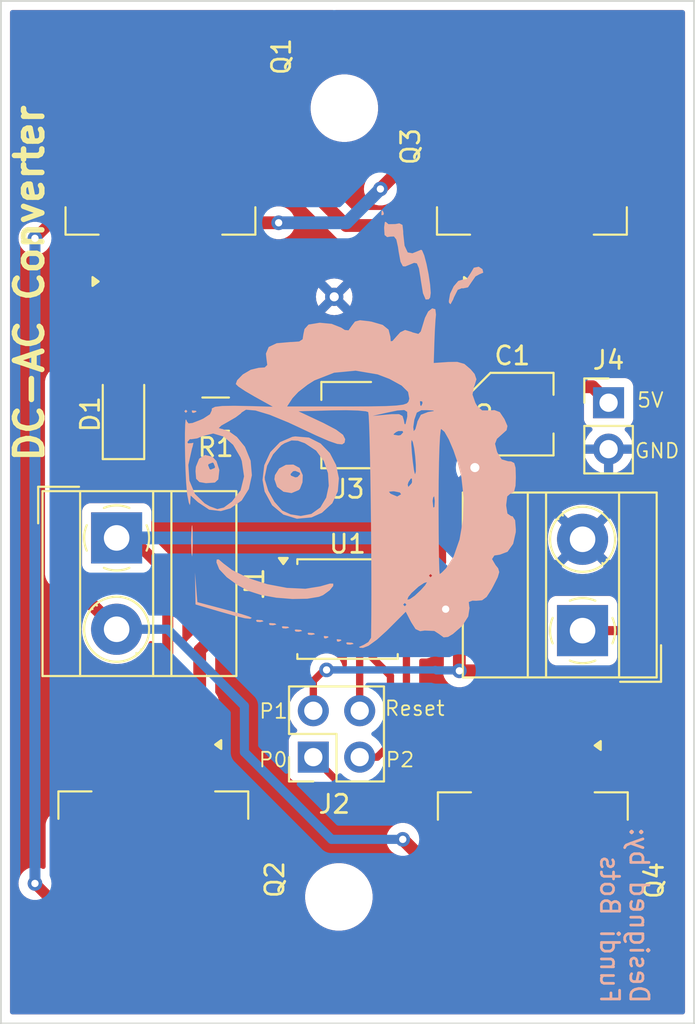
<source format=kicad_pcb>
(kicad_pcb (version 20240108) (generator "pcbnew") (generator_version "8.0")
  (layers (0 "F.Cu" signal) (31 "B.Cu" signal) (34 "B.Paste" user) (35 "F.Paste" user) (36 "B.SilkS" user "B.Silkscreen") (37 "F.SilkS" user "F.Silkscreen") (38 "B.Mask" user) (39 "F.Mask" user) (44 "Edge.Cuts" user))
  (net 0 "")
  (net 1 "GND")
  (net 2 "Net-(D1-A)")
  (net 3 "Net-(J1-Pin_2)")
  (net 4 "Net-(J4-Pin_1)")
  (net 5 "Net-(J3-Pin_1)")
  (net 6 "Net-(U1-XTAL1{slash}PB3)")
  (net 7 "/pin2")
  (net 8 "/pin0")
  (net 9 "/Reset")
  (net 10 "unconnected-(U1-XTAL2{slash}PB4-Pad3)")
  (net 11 "Net-(J1-Pin_1)")
  (footprint "Package_SO:SOP-8_5.28x5.23mm_P1.27mm" (layer "F.Cu") (at 130.95 98.97)
    (property "Reference" "U1" (at 0 -3.56 0) (layer "F.SilkS"))
    (property "Value" "ATtiny85V-10P")
    (fp_line (start -2.75 -2.725) (end -2.75 -2.465) (stroke (width 0.12)) (layer "F.SilkS"))
    (fp_line (start -2.75 2.725) (end -2.75 2.465) (stroke (width 0.12)) (layer "F.SilkS"))
    (fp_line (start 0 -2.725) (end -2.75 -2.725) (stroke (width 0.12)) (layer "F.SilkS"))
    (fp_line (start 0 -2.725) (end 2.75 -2.725) (stroke (width 0.12)) (layer "F.SilkS"))
    (fp_line (start 0 2.725) (end -2.75 2.725) (stroke (width 0.12)) (layer "F.SilkS"))
    (fp_line (start 0 2.725) (end 2.75 2.725) (stroke (width 0.12)) (layer "F.SilkS"))
    (fp_line (start 2.75 -2.725) (end 2.75 -2.465) (stroke (width 0.12)) (layer "F.SilkS"))
    (fp_line (start 2.75 2.725) (end 2.75 2.465) (stroke (width 0.12)) (layer "F.SilkS"))
    (fp_poly (pts (xy -3.52 -2.465) (xy -3.76 -2.795) (xy -3.28 -2.795) (xy -3.52 -2.465)) (stroke (width 0.12)) (fill solid) (layer "F.SilkS"))
    (pad "1" smd roundrect (at -3.6 -1.905) (size 1.6 0.6) (layers "F.Cu" "F.Paste" "F.Mask") (net 9 "/Reset"))
    (pad "2" smd roundrect (at -3.6 -0.635) (size 1.6 0.6) (layers "F.Cu" "F.Paste" "F.Mask") (net 6 "Net-(U1-XTAL1{slash}PB3)"))
    (pad "3" smd roundrect (at -3.6 0.635) (size 1.6 0.6) (layers "F.Cu" "F.Paste" "F.Mask") (net 10 "unconnected-(U1-XTAL2{slash}PB4-Pad3)"))
    (pad "4" smd roundrect (at -3.6 1.905) (size 1.6 0.6) (layers "F.Cu" "F.Paste" "F.Mask") (net 1 "GND"))
    (pad "5" smd roundrect (at 3.6 1.905) (size 1.6 0.6) (layers "F.Cu" "F.Paste" "F.Mask") (net 8 "/pin0"))
    (pad "6" smd roundrect (at 3.6 0.635) (size 1.6 0.6) (layers "F.Cu" "F.Paste" "F.Mask") (net 11 "Net-(J1-Pin_1)"))
    (pad "7" smd roundrect (at 3.6 -0.635) (size 1.6 0.6) (layers "F.Cu" "F.Paste" "F.Mask") (net 7 "/pin2"))
    (pad "8" smd roundrect (at 3.6 -1.905) (size 1.6 0.6) (layers "F.Cu" "F.Paste" "F.Mask") (net 4 "Net-(J4-Pin_1)"))
  )
  (footprint "Fiducial:Fiducial_0.5mm_Mask1mm" (layer "F.Cu") (at 130.225 67.175)
    (property "Reference" "FID1")
    (property "Value" "Fiducial")
    (pad "" smd circle (at 0 0) (size 1 1) (layers "F.Cu" "F.Mask") (clearance 0.25))
  )
  (footprint "Capacitor_SMD:CP_Elec_4x5.3" (layer "F.Cu") (at 139.975 88.3)
    (property "Reference" "C1" (at 0 -3.2 0) (layer "F.SilkS"))
    (property "Value" "C_Polarized_Small_US")
    (fp_line (start -3 -1.56) (end -2.5 -1.56) (stroke (width 0.12)) (layer "F.SilkS"))
    (fp_line (start -2.75 -1.81) (end -2.75 -1.31) (stroke (width 0.12)) (layer "F.SilkS"))
    (fp_line (start -2.26 -1.195563) (end -2.26 -1.06) (stroke (width 0.12)) (layer "F.SilkS"))
    (fp_line (start -2.26 -1.195563) (end -1.195563 -2.26) (stroke (width 0.12)) (layer "F.SilkS"))
    (fp_line (start -2.26 1.195563) (end -2.26 1.06) (stroke (width 0.12)) (layer "F.SilkS"))
    (fp_line (start -2.26 1.195563) (end -1.195563 2.26) (stroke (width 0.12)) (layer "F.SilkS"))
    (fp_line (start -1.195563 -2.26) (end 2.26 -2.26) (stroke (width 0.12)) (layer "F.SilkS"))
    (fp_line (start -1.195563 2.26) (end 2.26 2.26) (stroke (width 0.12)) (layer "F.SilkS"))
    (fp_line (start 2.26 -2.26) (end 2.26 -1.06) (stroke (width 0.12)) (layer "F.SilkS"))
    (fp_line (start 2.26 2.26) (end 2.26 1.06) (stroke (width 0.12)) (layer "F.SilkS"))
    (pad "1" smd roundrect (at -1.8 0) (size 2.6 1.6) (layers "F.Cu" "F.Paste" "F.Mask") (roundrect_rratio 0.15625) (net 4 "Net-(J4-Pin_1)"))
    (pad "2" smd roundrect (at 1.8 0) (size 2.6 1.6) (layers "F.Cu" "F.Paste" "F.Mask") (roundrect_rratio 0.15625) (net 1 "GND"))
  )
  (footprint "Package_TO_SOT_SMD:TO-263-2" (layer "F.Cu") (at 141.05 73.65 90)
    (property "Reference" "Q3" (at 0 -6.65 -90) (layer "F.SilkS"))
    (property "Value" "IRF9540N")
    (fp_line (start -3.325 -5.2) (end -4.825 -5.2) (stroke (width 0.12)) (layer "F.SilkS"))
    (fp_line (start -4.825 -5.2) (end -4.825 -3.39) (stroke (width 0.12)) (layer "F.SilkS"))
    (fp_line (start -3.325 5.2) (end -4.825 5.2) (stroke (width 0.12)) (layer "F.SilkS"))
    (fp_line (start -4.825 5.2) (end -4.825 3.39) (stroke (width 0.12)) (layer "F.SilkS"))
    (fp_poly (pts (xy -7.3875 -3.39) (xy -7.6275 -3.72) (xy -7.1475 -3.72) (xy -7.3875 -3.39)) (stroke (width 0.12)) (fill solid) (layer "F.SilkS"))
    (pad "1" smd roundrect (at -7.65 -2.54 90) (size 4.6 1.1) (layers "F.Cu" "F.Paste" "F.Mask") (roundrect_rratio 0.227273) (net 11 "Net-(J1-Pin_1)"))
    (pad "2" smd roundrect (at -0.925 -2.775 90) (size 4.55 5.25) (layers "F.Cu" "F.Paste") (roundrect_rratio 0.054945) (net 3 "Net-(J1-Pin_2)"))
    (pad "2" smd roundrect (at -0.925 2.775 90) (size 4.55 5.25) (layers "F.Cu" "F.Paste") (roundrect_rratio 0.054945) (net 3 "Net-(J1-Pin_2)"))
    (pad "2" smd roundrect (at 1.5 0 90) (size 9.4 10.8) (layers "F.Cu" "F.Mask") (roundrect_rratio 0.026596) (net 3 "Net-(J1-Pin_2)"))
    (pad "2" smd roundrect (at 3.925 -2.775 90) (size 4.55 5.25) (layers "F.Cu" "F.Paste") (roundrect_rratio 0.054945) (net 3 "Net-(J1-Pin_2)"))
    (pad "2" smd roundrect (at 3.925 2.775 90) (size 4.55 5.25) (layers "F.Cu" "F.Paste") (roundrect_rratio 0.054945) (net 3 "Net-(J1-Pin_2)"))
    (pad "3" smd roundrect (at -7.65 2.54 90) (size 4.6 1.1) (layers "F.Cu" "F.Paste" "F.Mask") (roundrect_rratio 0.227273) (net 5 "Net-(J3-Pin_1)"))
  )
  (footprint "Package_TO_SOT_SMD:TO-263-2" (layer "F.Cu") (at 120.7 73.65 90)
    (property "Reference" "Q1" (at 4.925 6.625 -90) (layer "F.SilkS"))
    (property "Value" "IRF9540N")
    (fp_line (start -3.325 -5.2) (end -4.825 -5.2) (stroke (width 0.12)) (layer "F.SilkS"))
    (fp_line (start -4.825 -5.2) (end -4.825 -3.39) (stroke (width 0.12)) (layer "F.SilkS"))
    (fp_line (start -3.325 5.2) (end -4.825 5.2) (stroke (width 0.12)) (layer "F.SilkS"))
    (fp_line (start -4.825 5.2) (end -4.825 3.39) (stroke (width 0.12)) (layer "F.SilkS"))
    (fp_poly (pts (xy -7.3875 -3.39) (xy -7.6275 -3.72) (xy -7.1475 -3.72) (xy -7.3875 -3.39)) (stroke (width 0.12)) (fill solid) (layer "F.SilkS"))
    (pad "1" smd roundrect (at -7.65 -2.54 90) (size 4.6 1.1) (layers "F.Cu" "F.Paste" "F.Mask") (roundrect_rratio 0.227273) (net 3 "Net-(J1-Pin_2)"))
    (pad "2" smd roundrect (at -0.925 -2.775 90) (size 4.55 5.25) (layers "F.Cu" "F.Paste") (roundrect_rratio 0.054945) (net 11 "Net-(J1-Pin_1)"))
    (pad "2" smd roundrect (at -0.925 2.775 90) (size 4.55 5.25) (layers "F.Cu" "F.Paste") (roundrect_rratio 0.054945) (net 11 "Net-(J1-Pin_1)"))
    (pad "2" smd roundrect (at 1.5 0 90) (size 9.4 10.8) (layers "F.Cu" "F.Mask") (roundrect_rratio 0.026596) (net 11 "Net-(J1-Pin_1)"))
    (pad "2" smd roundrect (at 3.925 -2.775 90) (size 4.55 5.25) (layers "F.Cu" "F.Paste") (roundrect_rratio 0.054945) (net 11 "Net-(J1-Pin_1)"))
    (pad "2" smd roundrect (at 3.925 2.775 90) (size 4.55 5.25) (layers "F.Cu" "F.Paste") (roundrect_rratio 0.054945) (net 11 "Net-(J1-Pin_1)"))
    (pad "3" smd roundrect (at -7.65 2.54 90) (size 4.6 1.1) (layers "F.Cu" "F.Paste" "F.Mask") (roundrect_rratio 0.227273) (net 5 "Net-(J3-Pin_1)"))
  )
  (footprint "Package_TO_SOT_SMD:TO-263-2" (layer "F.Cu") (at 120.31 113.775 -90)
    (property "Reference" "Q2" (at 0 -6.65 90) (layer "F.SilkS"))
    (property "Value" "IRFZ44NSTRLPBF")
    (fp_line (start -4.825 5.2) (end -4.825 3.39) (stroke (width 0.12)) (layer "F.SilkS"))
    (fp_line (start -3.325 5.2) (end -4.825 5.2) (stroke (width 0.12)) (layer "F.SilkS"))
    (fp_line (start -4.825 -5.2) (end -4.825 -3.39) (stroke (width 0.12)) (layer "F.SilkS"))
    (fp_line (start -3.325 -5.2) (end -4.825 -5.2) (stroke (width 0.12)) (layer "F.SilkS"))
    (fp_poly (pts (xy -7.3875 -3.39) (xy -7.6275 -3.72) (xy -7.1475 -3.72) (xy -7.3875 -3.39)) (stroke (width 0.12)) (fill solid) (layer "F.SilkS"))
    (pad "1" smd roundrect (at -7.65 -2.54 270) (size 4.6 1.1) (layers "F.Cu" "F.Paste" "F.Mask") (roundrect_rratio 0.227273) (net 6 "Net-(U1-XTAL1{slash}PB3)"))
    (pad "2" smd roundrect (at -0.925 -2.775 270) (size 4.55 5.25) (layers "F.Cu" "F.Paste") (roundrect_rratio 0.054945) (net 11 "Net-(J1-Pin_1)"))
    (pad "2" smd roundrect (at -0.925 2.775 270) (size 4.55 5.25) (layers "F.Cu" "F.Paste") (roundrect_rratio 0.054945) (net 11 "Net-(J1-Pin_1)"))
    (pad "2" smd roundrect (at 1.5 0 270) (size 9.4 10.8) (layers "F.Cu" "F.Mask") (roundrect_rratio 0.026596) (net 11 "Net-(J1-Pin_1)"))
    (pad "2" smd roundrect (at 3.925 -2.775 270) (size 4.55 5.25) (layers "F.Cu" "F.Paste") (roundrect_rratio 0.054945) (net 11 "Net-(J1-Pin_1)"))
    (pad "2" smd roundrect (at 3.925 2.775 270) (size 4.55 5.25) (layers "F.Cu" "F.Paste") (roundrect_rratio 0.054945) (net 11 "Net-(J1-Pin_1)"))
    (pad "3" smd roundrect (at -7.65 2.54 270) (size 4.6 1.1) (layers "F.Cu" "F.Paste" "F.Mask") (roundrect_rratio 0.227273) (net 1 "GND"))
  )
  (footprint "MountingHole:MountingHole_3.2mm_M3" (layer "F.Cu") (at 130.775 71.55)
    (property "Reference" "H3" (hide yes))
    (property "Value" "MountingHole")
    (pad "" np_thru_hole circle (at 0 0) (size 3.2 3.2) (drill 3.2) (layers "*.Cu" "*.Mask"))
  )
  (footprint "Package_TO_SOT_SMD:SOT-89-3_Handsoldering" (layer "F.Cu") (at 130.875 88.9 180)
    (property "Reference" "U3" (at 0 -3.5 180) (layer "F.SilkS"))
    (property "Value" "L78L05_SOT89")
    (fp_line (start 1.36 2.36) (end -1.36 2.36) (stroke (width 0.12)) (layer "F.SilkS"))
    (fp_line (start 1.36 1.38) (end 1.36 2.36) (stroke (width 0.12)) (layer "F.SilkS"))
    (fp_line (start 1.36 -1.38) (end 1.36 -2.36) (stroke (width 0.12)) (layer "F.SilkS"))
    (fp_line (start -1.22 -2.36) (end 1.36 -2.36) (stroke (width 0.12)) (layer "F.SilkS"))
    (fp_line (start -1.36 -2.36) (end 1.36 -2.36) (stroke (width 0.12)) (layer "F.SilkS"))
    (fp_poly (pts (xy -1.77 -2.21) (xy -2.01 -2.54) (xy -1.53 -2.54) (xy -1.77 -2.21)) (stroke (width 0.12)) (fill solid) (layer "F.SilkS"))
    (pad "1" smd roundrect (at -2.45 -1.5 180) (size 2.3 0.9) (layers "F.Cu" "F.Paste" "F.Mask") (net 4 "Net-(J4-Pin_1)"))
    (pad "2" smd custom (at -2.3625 0 180) (size 2.475 0.9) (layers "F.Cu" "F.Paste" "F.Mask") (net 1 "GND") (options (clearance outline) (anchor rect)) (primitives (gr_poly (pts (xy 5.3625 0.8665) (xy 1.2375 0.8665) (xy 1.2375 -0.8665) (xy 5.3625 -0.8665)) (width 0) (fill yes))))
    (pad "3" smd roundrect (at -2.45 1.5 180) (size 2.3 0.9) (layers "F.Cu" "F.Paste" "F.Mask") (net 5 "Net-(J3-Pin_1)"))
  )
  (footprint "MountingHole:MountingHole_2.2mm_M2_DIN965_Pad" (layer "F.Cu") (at 137.925 91.225)
    (property "Reference" "H2" (at 0 -2.9 0) (layer "F.SilkS"))
    (property "Value" "MountingHole_Pad")
    (pad "1" thru_hole circle (at 0 0) (size 1.081664 1.081664) (drill 0.5) (layers "*.Cu" "*.Mask") (net 1 "GND"))
  )
  (footprint "TerminalBlock_MetzConnect:TerminalBlock_MetzConnect_Type011_RT05502HBWC_1x02_P5.00mm_Horizontal" (layer "F.Cu") (at 118.3 95.075 -90)
    (property "Reference" "J1" (at 2.5 -7.56 90) (layer "F.SilkS"))
    (property "Value" "Screw_Terminal_3.5mm_2")
    (fp_line (start -2.8 4.3) (end -0.8 4.3) (stroke (width 0.12)) (layer "F.SilkS"))
    (fp_line (start -2.56 4.06) (end 7.56 4.06) (stroke (width 0.12)) (layer "F.SilkS"))
    (fp_line (start -2.8 2.06) (end -2.8 4.3) (stroke (width 0.12)) (layer "F.SilkS"))
    (fp_line (start -2.56 2) (end 7.56 2) (stroke (width 0.12)) (layer "F.SilkS"))
    (fp_line (start 3.892 1.325) (end 3.868 1.35) (stroke (width 0.12)) (layer "F.SilkS"))
    (fp_line (start 3.7 1.083) (end 3.65 1.133) (stroke (width 0.12)) (layer "F.SilkS"))
    (fp_line (start 6.35 -1.133) (end 6.301 -1.083) (stroke (width 0.12)) (layer "F.SilkS"))
    (fp_line (start 6.133 -1.35) (end 6.108 -1.326) (stroke (width 0.12)) (layer "F.SilkS"))
    (fp_line (start -2.56 -2) (end 7.56 -2) (stroke (width 0.12)) (layer "F.SilkS"))
    (fp_line (start -2.56 -3) (end 7.56 -3) (stroke (width 0.12)) (layer "F.SilkS"))
    (fp_line (start -2.56 -6.56) (end -2.56 4.06) (stroke (width 0.12)) (layer "F.SilkS"))
    (fp_line (start -2.56 -6.56) (end 7.56 -6.56) (stroke (width 0.12)) (layer "F.SilkS"))
    (fp_line (start 7.56 -6.56) (end 7.56 4.06) (stroke (width 0.12)) (layer "F.SilkS"))
    (fp_arc (start 0.030814 1.78039) (mid -0.340023 1.747891) (end -0.696 1.639) (stroke (width 0.12)) (layer "F.SilkS"))
    (fp_arc (start 0.695501 1.638499) (mid 0.354875 1.744266) (end 0 1.78) (stroke (width 0.12)) (layer "F.SilkS"))
    (fp_arc (start -1.639206 0.695516) (mid -1.780657 -0.000263) (end -1.639 -0.696) (stroke (width 0.12)) (layer "F.SilkS"))
    (fp_arc (start 1.639206 -0.695516) (mid 1.780657 0.000263) (end 1.639 0.696) (stroke (width 0.12)) (layer "F.SilkS"))
    (fp_arc (start -0.695516 -1.639206) (mid 0.000263 -1.780657) (end 0.696 -1.639) (stroke (width 0.12)) (layer "F.SilkS"))
    (fp_circle (center 5 0) (end 6.78 0) (stroke (width 0.12)) (fill none) (layer "F.SilkS"))
    (pad "1" thru_hole rect (at 0 0 270) (size 2.8 2.8) (drill 1.4) (layers "*.Cu" "*.Mask") (net 11 "Net-(J1-Pin_1)"))
    (pad "2" thru_hole circle (at 5 0 270) (size 2.8 2.8) (drill 1.4) (layers "*.Cu" "*.Mask") (net 3 "Net-(J1-Pin_2)"))
  )
  (footprint "Package_TO_SOT_SMD:TO-263-2" (layer "F.Cu") (at 141.1 113.825 -90)
    (property "Reference" "Q4" (at 0 -6.65 90) (layer "F.SilkS"))
    (property "Value" "IRFZ44NSTRLPBF")
    (fp_line (start -4.825 5.2) (end -4.825 3.39) (stroke (width 0.12)) (layer "F.SilkS"))
    (fp_line (start -3.325 5.2) (end -4.825 5.2) (stroke (width 0.12)) (layer "F.SilkS"))
    (fp_line (start -4.825 -5.2) (end -4.825 -3.39) (stroke (width 0.12)) (layer "F.SilkS"))
    (fp_line (start -3.325 -5.2) (end -4.825 -5.2) (stroke (width 0.12)) (layer "F.SilkS"))
    (fp_poly (pts (xy -7.3875 -3.39) (xy -7.6275 -3.72) (xy -7.1475 -3.72) (xy -7.3875 -3.39)) (stroke (width 0.12)) (fill solid) (layer "F.SilkS"))
    (pad "1" smd roundrect (at -7.65 -2.54 270) (size 4.6 1.1) (layers "F.Cu" "F.Paste" "F.Mask") (roundrect_rratio 0.227273) (net 11 "Net-(J1-Pin_1)"))
    (pad "2" smd roundrect (at -0.925 -2.775 270) (size 4.55 5.25) (layers "F.Cu" "F.Paste") (roundrect_rratio 0.054945) (net 3 "Net-(J1-Pin_2)"))
    (pad "2" smd roundrect (at -0.925 2.775 270) (size 4.55 5.25) (layers "F.Cu" "F.Paste") (roundrect_rratio 0.054945) (net 3 "Net-(J1-Pin_2)"))
    (pad "2" smd roundrect (at 1.5 0 270) (size 9.4 10.8) (layers "F.Cu" "F.Mask") (roundrect_rratio 0.026596) (net 3 "Net-(J1-Pin_2)"))
    (pad "2" smd roundrect (at 3.925 -2.775 270) (size 4.55 5.25) (layers "F.Cu" "F.Paste") (roundrect_rratio 0.054945) (net 3 "Net-(J1-Pin_2)"))
    (pad "2" smd roundrect (at 3.925 2.775 270) (size 4.55 5.25) (layers "F.Cu" "F.Paste") (roundrect_rratio 0.054945) (net 3 "Net-(J1-Pin_2)"))
    (pad "3" smd roundrect (at -7.65 2.54 270) (size 4.6 1.1) (layers "F.Cu" "F.Paste" "F.Mask") (roundrect_rratio 0.227273) (net 1 "GND"))
  )
  (footprint "MountingHole:MountingHole_3.2mm_M3" (layer "F.Cu") (at 130.475 114.725)
    (property "Reference" "H4" (hide yes))
    (property "Value" "MountingHole")
    (pad "" np_thru_hole circle (at 0 0) (size 3.2 3.2) (drill 3.2) (layers "*.Cu" "*.Mask"))
  )
  (footprint "Fiducial:Fiducial_0.5mm_Mask1mm" (layer "F.Cu") (at 130.225 119.15)
    (property "Reference" "FID2")
    (property "Value" "Fiducial")
    (pad "" smd circle (at 0 0) (size 1 1) (layers "F.Cu" "F.Mask") (clearance 0.25))
  )
  (footprint "MountingHole:MountingHole_2.2mm_M2_DIN965_Pad" (layer "F.Cu") (at 130.8 84.1975 -90)
    (property "Reference" "H1" (hide yes))
    (property "Value" "MountingHole_Pad")
    (pad "1" thru_hole circle (at -2.32 0.58 270) (size 1 1) (drill 0.5) (layers "*.Cu" "*.Mask") (net 1 "GND"))
  )
  (footprint "Connector_PinHeader_2.54mm:PinHeader_1x02_P2.54mm_Vertical" (layer "F.Cu") (at 145.25 87.675)
    (property "Reference" "J4" (at 0 -2.33 0) (layer "F.SilkS"))
    (property "Value" "Conn_01x02")
    (fp_line (start -1.33 -1.33) (end 0 -1.33) (stroke (width 0.12)) (layer "F.SilkS"))
    (fp_line (start -1.33 0) (end -1.33 -1.33) (stroke (width 0.12)) (layer "F.SilkS"))
    (fp_line (start -1.33 1.27) (end -1.33 3.87) (stroke (width 0.12)) (layer "F.SilkS"))
    (fp_line (start -1.33 1.27) (end 1.33 1.27) (stroke (width 0.12)) (layer "F.SilkS"))
    (fp_line (start -1.33 3.87) (end 1.33 3.87) (stroke (width 0.12)) (layer "F.SilkS"))
    (fp_line (start 1.33 1.27) (end 1.33 3.87) (stroke (width 0.12)) (layer "F.SilkS"))
    (pad "1" thru_hole rect (at 0 0) (size 1.7 1.7) (drill 1) (layers "*.Cu" "*.Mask") (net 4 "Net-(J4-Pin_1)"))
    (pad "2" thru_hole oval (at 0 2.54) (size 1.7 1.7) (drill 1) (layers "*.Cu" "*.Mask") (net 1 "GND"))
  )
  (footprint "TerminalBlock_MetzConnect:TerminalBlock_MetzConnect_Type011_RT05502HBWC_1x02_P5.00mm_Horizontal" (layer "F.Cu") (at 143.825 100.15 90)
    (property "Reference" "J3" (at 2.5 -7.56 -90) (layer "F.SilkS"))
    (property "Value" "Screw_Terminal_3.5mm_2")
    (fp_line (start 7.56 -6.56) (end 7.56 4.06) (stroke (width 0.12)) (layer "F.SilkS"))
    (fp_line (start -2.56 -6.56) (end 7.56 -6.56) (stroke (width 0.12)) (layer "F.SilkS"))
    (fp_line (start -2.56 -6.56) (end -2.56 4.06) (stroke (width 0.12)) (layer "F.SilkS"))
    (fp_line (start -2.56 -3) (end 7.56 -3) (stroke (width 0.12)) (layer "F.SilkS"))
    (fp_line (start -2.56 -2) (end 7.56 -2) (stroke (width 0.12)) (layer "F.SilkS"))
    (fp_line (start 6.133 -1.35) (end 6.108 -1.326) (stroke (width 0.12)) (layer "F.SilkS"))
    (fp_line (start 6.35 -1.133) (end 6.301 -1.083) (stroke (width 0.12)) (layer "F.SilkS"))
    (fp_line (start 3.7 1.083) (end 3.65 1.133) (stroke (width 0.12)) (layer "F.SilkS"))
    (fp_line (start 3.892 1.325) (end 3.868 1.35) (stroke (width 0.12)) (layer "F.SilkS"))
    (fp_line (start -2.56 2) (end 7.56 2) (stroke (width 0.12)) (layer "F.SilkS"))
    (fp_line (start -2.8 2.06) (end -2.8 4.3) (stroke (width 0.12)) (layer "F.SilkS"))
    (fp_line (start -2.56 4.06) (end 7.56 4.06) (stroke (width 0.12)) (layer "F.SilkS"))
    (fp_line (start -2.8 4.3) (end -0.8 4.3) (stroke (width 0.12)) (layer "F.SilkS"))
    (fp_arc (start -0.695516 -1.639206) (mid 0.000263 -1.780657) (end 0.696 -1.639) (stroke (width 0.12)) (layer "F.SilkS"))
    (fp_arc (start 1.639206 -0.695516) (mid 1.780657 0.000263) (end 1.639 0.696) (stroke (width 0.12)) (layer "F.SilkS"))
    (fp_arc (start -1.639206 0.695516) (mid -1.780657 -0.000263) (end -1.639 -0.696) (stroke (width 0.12)) (layer "F.SilkS"))
    (fp_arc (start 0.695501 1.638499) (mid 0.354875 1.744266) (end 0 1.78) (stroke (width 0.12)) (layer "F.SilkS"))
    (fp_arc (start 0.030814 1.78039) (mid -0.340023 1.747891) (end -0.696 1.639) (stroke (width 0.12)) (layer "F.SilkS"))
    (fp_circle (center 5 0) (end 6.78 0) (stroke (width 0.12)) (fill none) (layer "F.SilkS"))
    (pad "1" thru_hole rect (at 0 0 90) (size 2.8 2.8) (drill 1.4) (layers "*.Cu" "*.Mask") (net 5 "Net-(J3-Pin_1)"))
    (pad "2" thru_hole circle (at 5 0 90) (size 2.8 2.8) (drill 1.4) (layers "*.Cu" "*.Mask") (net 1 "GND"))
  )
  (footprint "Connector_PinHeader_2.54mm:PinHeader_2x02_P2.54mm_Vertical" (layer "F.Cu") (at 129.075 107.075 90)
    (property "Reference" "J2" (at -2.575 1.15 0) (layer "F.SilkS"))
    (property "Value" "Conn_02x02_Counter_Clockwise")
    (fp_line (start 3.87 -1.33) (end 3.87 3.87) (stroke (width 0.12)) (layer "F.SilkS"))
    (fp_line (start 1.27 -1.33) (end 3.87 -1.33) (stroke (width 0.12)) (layer "F.SilkS"))
    (fp_line (start -1.33 -1.33) (end 0 -1.33) (stroke (width 0.12)) (layer "F.SilkS"))
    (fp_line (start -1.33 0) (end -1.33 -1.33) (stroke (width 0.12)) (layer "F.SilkS"))
    (fp_line (start 1.27 1.27) (end 1.27 -1.33) (stroke (width 0.12)) (layer "F.SilkS"))
    (fp_line (start -1.33 1.27) (end 1.27 1.27) (stroke (width 0.12)) (layer "F.SilkS"))
    (fp_line (start -1.33 1.27) (end -1.33 3.87) (stroke (width 0.12)) (layer "F.SilkS"))
    (fp_line (start -1.33 3.87) (end 3.87 3.87) (stroke (width 0.12)) (layer "F.SilkS"))
    (pad "1" thru_hole rect (at 0 0 90) (size 1.7 1.7) (drill 1) (layers "*.Cu" "*.Mask") (net 8 "/pin0"))
    (pad "2" thru_hole oval (at 2.54 0 90) (size 1.7 1.7) (drill 1) (layers "*.Cu" "*.Mask") (net 11 "Net-(J1-Pin_1)"))
    (pad "3" thru_hole oval (at 0 2.54 90) (size 1.7 1.7) (drill 1) (layers "*.Cu" "*.Mask") (net 7 "/pin2"))
    (pad "4" thru_hole oval (at 2.54 2.54 90) (size 1.7 1.7) (drill 1) (layers "*.Cu" "*.Mask") (net 9 "/Reset"))
  )
  (footprint "Resistor_SMD:R_1206_3216Metric" (layer "F.Cu") (at 123.725 88.3 180)
    (property "Reference" "R1" (at 0 -1.82 180) (layer "F.SilkS"))
    (property "Value" "R")
    (fp_line (start -0.727064 0.91) (end 0.727064 0.91) (stroke (width 0.12)) (layer "F.SilkS"))
    (fp_line (start -0.727064 -0.91) (end 0.727064 -0.91) (stroke (width 0.12)) (layer "F.SilkS"))
    (pad "1" smd roundrect (at -1.4625 0 180) (size 1.125 1.75) (layers "F.Cu" "F.Paste" "F.Mask") (roundrect_rratio 0.222222) (net 4 "Net-(J4-Pin_1)"))
    (pad "2" smd roundrect (at 1.4625 0 180) (size 1.125 1.75) (layers "F.Cu" "F.Paste" "F.Mask") (roundrect_rratio 0.222222) (net 2 "Net-(D1-A)"))
  )
  (footprint "LED_SMD:LED_1206_3216Metric_Pad1.42x1.75mm_HandSolder" (layer "F.Cu") (at 118.675 88.3 90)
    (property "Reference" "D1" (at 0 -1.82 -90) (layer "F.SilkS"))
    (property "Value" "LED")
    (fp_line (start 1.6 -1.135) (end -2.46 -1.135) (stroke (width 0.12)) (layer "F.SilkS"))
    (fp_line (start -2.46 -1.135) (end -2.46 1.135) (stroke (width 0.12)) (layer "F.SilkS"))
    (fp_line (start -2.46 1.135) (end 1.6 1.135) (stroke (width 0.12)) (layer "F.SilkS"))
    (pad "1" smd roundrect (at -1.4875 0 90) (size 1.425 1.75) (layers "F.Cu" "F.Paste" "F.Mask") (roundrect_rratio 0.175439) (net 1 "GND"))
    (pad "2" smd roundrect (at 1.4875 0 90) (size 1.425 1.75) (layers "F.Cu" "F.Paste" "F.Mask") (roundrect_rratio 0.175439) (net 2 "Net-(D1-A)"))
  )
  (footprint "Fundi logos:fundi" (layer "B.Cu") (at 131.175 88.9375 180)
    (property "Reference" "G***" (hide yes))
    (property "Value" "LOGO" (hide yes))
    (fp_poly (pts (xy 9.172222 0.79375) (xy 9.084028 0.705556) (xy 8.995833 0.79375) (xy 9.084028 0.881945)) (fill solid) (layer "B.SilkS"))
    (fp_poly (pts (xy 8.760648 0.823149) (xy 8.736435 0.718286) (xy 8.643055 0.705556) (xy 8.497867 0.770094) (xy 8.525463 0.823149) (xy 8.734795 0.844259)) (fill solid) (layer "B.SilkS"))
    (fp_poly (pts (xy 5.243895 -10.653154) (xy 5.191289 -10.733324) (xy 5.012384 -10.745796) (xy 4.824171 -10.702719) (xy 4.905816 -10.639228) (xy 5.18149 -10.6182)) (fill solid) (layer "B.SilkS"))
    (fp_poly (pts (xy 4.538339 -10.829542) (xy 4.485733 -10.909713) (xy 4.306829 -10.922185) (xy 4.118616 -10.879108) (xy 4.20026 -10.815617) (xy 4.475935 -10.794589)) (fill solid) (layer "B.SilkS"))
    (fp_poly (pts (xy 3.832783 -11.005931) (xy 3.780177 -11.086102) (xy 3.601273 -11.098574) (xy 3.41306 -11.055496) (xy 3.494705 -10.992006) (xy 3.770379 -10.970978)) (fill solid) (layer "B.SilkS"))
    (fp_poly (pts (xy 3.127228 -11.18232) (xy 3.074622 -11.262491) (xy 2.895717 -11.274963) (xy 2.707505 -11.231885) (xy 2.789149 -11.168395) (xy 3.064824 -11.147367)) (fill solid) (layer "B.SilkS"))
    (fp_poly (pts (xy 2.421672 -11.358709) (xy 2.369066 -11.43888) (xy 2.190162 -11.451352) (xy 2.001949 -11.408274) (xy 2.083594 -11.344784) (xy 2.359268 -11.323756)) (fill solid) (layer "B.SilkS"))
    (fp_poly (pts (xy 1.528704 -11.524074) (xy 1.504491 -11.628937) (xy 1.411111 -11.641666) (xy 1.265923 -11.577128) (xy 1.293518 -11.524074) (xy 1.502851 -11.502963)) (fill solid) (layer "B.SilkS"))
    (fp_poly (pts (xy 0.823148 -11.700463) (xy 0.798935 -11.805326) (xy 0.705555 -11.818055) (xy 0.560367 -11.753517) (xy 0.587963 -11.700463) (xy 0.797295 -11.679352)) (fill solid) (layer "B.SilkS"))
    (fp_poly (pts (xy 0.305006 -11.887876) (xy 0.2524 -11.968047) (xy 0.073495 -11.980519) (xy -0.114718 -11.937441) (xy -0.033073 -11.87395) (xy 0.242602 -11.852922)) (fill solid) (layer "B.SilkS"))
    (fp_poly (pts (xy -1.646296 11.75926) (xy -1.625186 11.549927) (xy -1.646296 11.524074) (xy -1.751159 11.548287) (xy -1.763889 11.641667) (xy -1.699351 11.786855)) (fill solid) (layer "B.SilkS"))
    (fp_poly (pts (xy 8.757539 -5.473929) (xy 8.772436 -5.605009) (xy 8.79992 -6.271197) (xy 8.7794 -6.927548) (xy 8.771271 -7.01612) (xy 8.740777 -7.160077) (xy 8.717474 -6.989778) (xy 8.704821 -6.543724) (xy 8.703523 -6.261805) (xy 8.711042 -5.716779) (xy 8.730196 -5.443207)) (fill solid) (layer "B.SilkS"))
    (fp_poly (pts (xy 8.568625 -8.902818) (xy 8.554861 -9.779942) (xy 7.231944 -10.168585) (xy 6.397913 -10.404917) (xy 5.854646 -10.535604) (xy 5.559062 -10.569026) (xy 5.468084 -10.513563) (xy 5.468055 -10.511719) (xy 5.626116 -10.43797) (xy 6.048619 -10.301736) (xy 6.658045 -10.127219) (xy 6.958993 -10.046241) (xy 8.44993 -9.652377) (xy 8.516159 -8.839035) (xy 8.582389 -8.025694)) (fill solid) (layer "B.SilkS"))
    (fp_poly (pts (xy -6.692139 8.653207) (xy -6.518291 8.357173) (xy -6.297749 8.025233) (xy -6.084356 8.001694) (xy -5.84132 7.931576) (xy -5.587129 7.634076) (xy -5.390795 7.225361) (xy -5.32133 6.8216) (xy -5.331876 6.735034) (xy -5.41583 6.648871) (xy -5.558059 6.906538) (xy -5.604822 7.031209) (xy -5.811037 7.440268) (xy -6.041129 7.533797) (xy -6.088492 7.519756) (xy -6.373201 7.577107) (xy -6.560068 7.852783) (xy -6.785486 8.176659) (xy -6.995674 8.290278) (xy -7.211281 8.38249) (xy -7.167225 8.573934) (xy -6.961715 8.70901)) (fill solid) (layer "B.SilkS"))
    (fp_poly (pts (xy 8.355951 -1.796795) (xy 8.5363 -2.245189) (xy 8.554861 -2.488668) (xy 8.519408 -2.89962) (xy 8.342847 -3.079403) (xy 7.980384 -3.142169) (xy 7.490773 -3.107121) (xy 7.304977 -2.934511) (xy 7.246853 -2.417326) (xy 7.301086 -2.251923) (xy 7.482265 -2.251923) (xy 7.505839 -2.308121) (xy 7.719979 -2.395512) (xy 7.776176 -2.371939) (xy 7.863568 -2.157798) (xy 7.839994 -2.101601) (xy 7.625854 -2.01421) (xy 7.569657 -2.037783) (xy 7.482265 -2.251923) (xy 7.301086 -2.251923) (xy 7.406821 -1.929445) (xy 7.628819 -1.69461) (xy 8.03309 -1.595803)) (fill solid) (layer "B.SilkS"))
    (fp_poly (pts (xy 3.603624 -2.135986) (xy 3.973438 -2.333804) (xy 4.203014 -2.699924) (xy 4.233333 -2.925808) (xy 4.087483 -3.342709) (xy 3.732917 -3.611327) (xy 3.294114 -3.685107) (xy 2.895552 -3.517496) (xy 2.831075 -3.450249) (xy 2.692902 -3.094028) (xy 2.677185 -2.700597) (xy 2.701504 -2.645833) (xy 2.822222 -2.645833) (xy 2.965089 -2.802322) (xy 3.086805 -2.822222) (xy 3.321538 -2.726977) (xy 3.351389 -2.645833) (xy 3.208521 -2.489344) (xy 3.086805 -2.469444) (xy 2.852073 -2.564689) (xy 2.822222 -2.645833) (xy 2.701504 -2.645833) (xy 2.853055 -2.304557) (xy 3.196015 -2.121295)) (fill solid) (layer "B.SilkS"))
    (fp_poly (pts (xy 7.392864 -7.319994) (xy 7.408333 -7.474203) (xy 7.255042 -7.852607) (xy 6.842927 -8.290814) (xy 6.243629 -8.725147) (xy 5.644444 -9.04199) (xy 4.960312 -9.263314) (xy 4.123873 -9.411914) (xy 3.243922 -9.481716) (xy 2.429254 -9.466648) (xy 1.788665 -9.360637) (xy 1.564318 -9.269753) (xy 1.199869 -9.00455) (xy 1.00801 -8.766336) (xy 1.006963 -8.63795) (xy 1.194557 -8.636458) (xy 1.636746 -8.763653) (xy 1.702646 -8.785211) (xy 2.536169 -8.919372) (xy 3.546177 -8.872132) (xy 4.623437 -8.669012) (xy 5.658716 -8.335534) (xy 6.542781 -7.897219) (xy 7.009261 -7.545359) (xy 7.284896 -7.310778)) (fill solid) (layer "B.SilkS"))
    (fp_poly (pts (xy -1.780021 10.883263) (xy -1.777814 10.820333) (xy -1.802458 10.441557) (xy -1.942424 10.328171) (xy -2.108158 10.353611) (xy -2.317024 10.361517) (xy -2.44585 10.19766) (xy -2.53716 9.787056) (xy -2.573136 9.533688) (xy -2.675075 8.980054) (xy -2.803144 8.732426) (xy -2.934423 8.721591) (xy -3.327733 8.881486) (xy -3.420906 8.919344) (xy -3.572699 8.889941) (xy -3.684859 8.621545) (xy -3.777578 8.061229) (xy -3.791003 7.949205) (xy -3.906385 7.256423) (xy -4.050902 6.91365) (xy -4.224177 6.921571) (xy -4.299928 7.020607) (xy -4.333537 7.275115) (xy -4.299154 7.733034) (xy -4.215672 8.294682) (xy -4.101982 8.860378) (xy -3.976977 9.330443) (xy -3.859548 9.605194) (xy -3.80413 9.636582) (xy -3.479627 9.504084) (xy -3.330473 9.443751) (xy -3.071577 9.491152) (xy -2.900107 9.857827) (xy -2.826586 10.518755) (xy -2.824631 10.646553) (xy -2.785305 10.996868) (xy -2.609945 11.083507) (xy -2.395848 11.043731) (xy -2.014877 11.037272) (xy -1.880607 11.156901) (xy -1.817805 11.161057)) (fill solid) (layer "B.SilkS"))
    (fp_poly (pts (xy 3.249622 -0.603177) (xy 3.928874 -0.896058) (xy 4.455359 -1.441672) (xy 4.78747 -2.157948) (xy 4.883601 -2.962811) (xy 4.768199 -3.598702) (xy 4.356845 -4.353321) (xy 3.744676 -4.85859) (xy 3.002621 -5.088247) (xy 2.201609 -5.016028) (xy 1.6272 -4.761759) (xy 1.059556 -4.241167) (xy 0.757972 -3.588174) (xy 0.732021 -3.283244) (xy 1.254779 -3.283244) (xy 1.395662 -3.931464) (xy 1.715831 -4.468369) (xy 2.211301 -4.82501) (xy 2.793805 -4.934966) (xy 3.339318 -4.849057) (xy 3.792251 -4.645554) (xy 3.817415 -4.626286) (xy 4.230262 -4.160137) (xy 4.570016 -3.549704) (xy 4.751584 -2.9582) (xy 4.7625 -2.813542) (xy 4.632454 -2.191432) (xy 4.301477 -1.56045) (xy 3.85831 -1.073002) (xy 3.682694 -0.959035) (xy 3.294691 -0.801672) (xy 2.946599 -0.817547) (xy 2.563814 -0.956191) (xy 1.947699 -1.360183) (xy 1.526812 -1.928656) (xy 1.297167 -2.592659) (xy 1.254779 -3.283244) (xy 0.732021 -3.283244) (xy 0.69674 -2.868681) (xy 0.85015 -2.148585) (xy 1.192493 -1.493785) (xy 1.698059 -0.970179) (xy 2.341139 -0.643665) (xy 3.096024 -0.580142)) (fill solid) (layer "B.SilkS"))
    (fp_poly (pts (xy -4.192509 6.260969) (xy -4.013572 5.909028) (xy -3.877312 5.462615) (xy -3.784334 5.160447) (xy -3.654777 5.030918) (xy -3.348615 5.109487) (xy -3.274331 5.142299) (xy -2.927293 5.24613) (xy -2.66443 5.121381) (xy -2.480502 4.920741) (xy -2.236352 4.643314) (xy -2.141624 4.629341) (xy -2.122601 4.869029) (xy -2.122535 4.873194) (xy -2.023117 5.262657) (xy -1.700691 5.523634) (xy -1.097064 5.698068) (xy -0.939343 5.725953) (xy -0.451912 5.779174) (xy -0.181406 5.706878) (xy -0.004894 5.4772) (xy 0.169685 5.227388) (xy 0.373785 5.245012) (xy 0.576821 5.375748) (xy 1.096297 5.580857) (xy 1.752077 5.642534) (xy 2.350948 5.543332) (xy 2.366823 5.537379) (xy 2.58377 5.29669) (xy 2.645833 5.008212) (xy 2.686701 4.737364) (xy 2.874502 4.615895) (xy 3.307031 4.586243) (xy 3.362985 4.586112) (xy 4.108075 4.520709) (xy 4.545823 4.314356) (xy 4.698501 3.951835) (xy 4.671612 3.691902) (xy 4.624067 3.3307) (xy 4.764714 3.194697) (xy 5.094391 3.175) (xy 5.528063 3.069374) (xy 5.963968 2.81258) (xy 6.274872 2.494742) (xy 6.35 2.28561) (xy 6.207692 2.147011) (xy 5.83535 1.898429) (xy 5.335764 1.606269) (xy 4.321528 1.044243) (xy 5.468055 1.077405) (xy 6.432401 1.096597) (xy 7.089372 1.085412) (xy 7.483448 1.039004) (xy 7.659106 0.952531) (xy 7.667742 0.837848) (xy 7.763136 0.633074) (xy 8.127394 0.395649) (xy 8.28102 0.325888) (xy 8.720009 0.155012) (xy 8.937433 0.130863) (xy 9.032541 0.253442) (xy 9.053947 0.325888) (xy 9.094966 0.34377) (xy 9.121658 0.078183) (xy 9.134861 -0.401888) (xy 9.135411 -1.027459) (xy 9.124147 -1.729548) (xy 9.101906 -2.43917) (xy 9.069525 -3.087341) (xy 9.027842 -3.605079) (xy 9.003948 -3.792361) (xy 8.925396 -4.202881) (xy 8.865641 -4.344219) (xy 8.843012 -4.246683) (xy 8.819444 -3.819061) (xy 8.422569 -4.182313) (xy 7.804745 -4.592647) (xy 7.170481 -4.670199) (xy 6.639246 -4.519589) (xy 6.024434 -4.090414) (xy 5.630475 -3.459736) (xy 5.478164 -2.768604) (xy 5.895364 -2.768604) (xy 6.083362 -3.533548) (xy 6.559739 -4.146134) (xy 7.002816 -4.472736) (xy 7.357504 -4.55736) (xy 7.769413 -4.409785) (xy 8.051607 -4.246325) (xy 8.5854 -3.726157) (xy 8.889072 -3.000097) (xy 8.946565 -2.142662) (xy 8.741823 -1.228367) (xy 8.716281 -1.161689) (xy 8.666145 -0.928503) (xy 8.789469 -0.951613) (xy 8.972476 -0.959811) (xy 8.995833 -0.884622) (xy 8.863514 -0.733265) (xy 8.775347 -0.73483) (xy 8.461775 -0.689868) (xy 8.161605 -0.561904) (xy 7.586408 -0.421884) (xy 7.012127 -0.593957) (xy 6.495563 -1.041891) (xy 6.093514 -1.729456) (xy 6.01967 -1.928199) (xy 5.895364 -2.768604) (xy 5.478164 -2.768604) (xy 5.464531 -2.706743) (xy 5.533762 -1.910623) (xy 5.84533 -1.150563) (xy 6.285766 -0.610603) (xy 6.702568 -0.314012) (xy 7.093185 -0.170712) (xy 7.125409 -0.168593) (xy 7.279797 -0.12533) (xy 7.145641 0.007748) (xy 6.790972 0.208012) (xy 6.352374 0.462228) (xy 6.071084 0.672178) (xy 6.02662 0.729383) (xy 5.787185 0.880045) (xy 5.270841 0.83629) (xy 4.492458 0.601992) (xy 3.466903 0.181021) (xy 2.887072 -0.088194) (xy 1.932756 -0.537344) (xy 1.248551 -0.834896) (xy 0.791455 -0.99177) (xy 0.518464 -1.018885) (xy 0.386575 -0.927158) (xy 0.352778 -0.731668) (xy 0.472909 -0.492216) (xy 0.856862 -0.20649) (xy 1.539978 0.151101) (xy 1.631597 0.194374) (xy 2.910417 0.79375) (xy 1.073641 0.844336) (xy 0.297999 0.852334) (xy -0.345055 0.833959) (xy -0.774663 0.792993) (xy -0.90634 0.751716) (xy -0.931768 0.557889) (xy -0.95701 0.058588) (xy -0.981466 -0.698885) (xy -1.004539 -1.667228) (xy -1.025629 -2.799137) (xy -1.044137 -4.047309) (xy -1.059466 -5.364443) (xy -1.071015 -6.703234) (xy -1.078186 -8.016381) (xy -1.08038 -9.25658) (xy -1.076999 -10.37653) (xy -1.067444 -11.328926) (xy -1.062739 -11.603253) (xy -0.913809 -11.836445) (xy -0.661459 -11.988947) (xy -0.396661 -12.107774) (xy -0.451262 -12.151006) (xy -0.619279 -12.159652) (xy -0.923047 -12.041217) (xy -1.383987 -11.708756) (xy -1.929031 -11.215531) (xy -1.968929 -11.175877) (xy -2.963885 -10.180921) (xy -3.258593 -10.750824) (xy -3.499649 -11.128428) (xy -3.751417 -11.244261) (xy -4.002254 -11.208046) (xy -4.528103 -11.231403) (xy -4.778723 -11.391764) (xy -5.039859 -11.583139) (xy -5.277207 -11.559478) (xy -5.549274 -11.397874) (xy -6.063817 -10.948349) (xy -6.387193 -10.439045) (xy -6.461157 -9.967725) (xy -6.444009 -9.896097) (xy -6.432325 -9.789583) (xy -2.998611 -9.789583) (xy -2.910417 -9.877777) (xy -2.822222 -9.789583) (xy -2.910417 -9.701389) (xy -2.998611 -9.789583) (xy -6.432325 -9.789583) (xy -6.416702 -9.647167) (xy -6.61495 -9.571933) (xy -6.824283 -9.57878) (xy -7.14378 -9.552487) (xy -7.393945 -9.36996) (xy -7.662937 -8.95622) (xy -7.753951 -8.788133) (xy -7.869904 -8.55833) (xy -4.123373 -8.55833) (xy -4.028704 -8.720863) (xy -3.803458 -8.972971) (xy -3.458445 -9.298634) (xy -3.189594 -9.486118) (xy -3.053158 -9.515842) (xy -3.105385 -9.368227) (xy -3.27798 -9.155884) (xy -3.663403 -8.805776) (xy -3.966777 -8.603856) (xy -4.123373 -8.55833) (xy -7.869904 -8.55833) (xy -8.000904 -8.298708) (xy -8.029455 -8.202083) (xy -4.409722 -8.202083) (xy -4.321528 -8.290277) (xy -4.233333 -8.202083) (xy -4.321528 -8.113889) (xy -4.409722 -8.202083) (xy -8.029455 -8.202083) (xy -8.087495 -8.005654) (xy -8.026522 -7.797992) (xy -7.887831 -7.627291) (xy -7.692324 -7.294556) (xy -7.81886 -7.100313) (xy -8.115949 -7.055555) (xy -8.541033 -6.894937) (xy -8.848102 -6.461376) (xy -8.991002 -5.827311) (xy -8.995833 -5.674652) (xy -8.955651 -5.172763) (xy -8.821144 -4.957696) (xy -8.73125 -4.938889) (xy -8.53556 -4.805014) (xy -8.467145 -4.377754) (xy -8.466667 -4.321527) (xy -8.512286 -3.958468) (xy -6.138299 -3.958468) (xy -6.100428 -5.126664) (xy -5.910087 -6.222751) (xy -5.582425 -7.15663) (xy -5.169407 -7.798752) (xy -4.92809 -8.041039) (xy -4.823357 -8.113889) (xy -4.805866 -7.945798) (xy -4.79034 -7.474716) (xy -4.777543 -6.750428) (xy -4.768239 -5.822718) (xy -4.76319 -4.741371) (xy -4.7625 -4.145138) (xy -4.551724 -4.145138) (xy -4.532659 -4.44638) (xy -4.477441 -4.472902) (xy -4.470411 -4.457176) (xy -4.435518 -4.107011) (xy -4.463875 -3.928009) (xy -4.520023 -3.856078) (xy -4.550561 -4.090363) (xy -4.551724 -4.145138) (xy -4.7625 -4.145138) (xy -4.764581 -3.748263) (xy -2.706692 -3.748263) (xy -2.494545 -3.870341) (xy -2.133725 -3.718441) (xy -2.040443 -3.608801) (xy -2.26966 -3.585441) (xy -2.337285 -3.588851) (xy -2.642651 -3.65173) (xy -2.706692 -3.748263) (xy -4.764581 -3.748263) (xy -4.768022 -3.09215) (xy -3.305768 -3.09215) (xy -3.270447 -3.163264) (xy -3.102255 -3.345625) (xy -3.071314 -3.217021) (xy -3.114132 -3.079198) (xy -3.243993 -2.887102) (xy -3.302648 -2.891074) (xy -3.305768 -3.09215) (xy -4.768022 -3.09215) (xy -4.768482 -3.004478) (xy -4.776856 -2.498745) (xy -3.516967 -2.498745) (xy -3.479553 -2.640877) (xy -3.464084 -2.631134) (xy -3.415218 -2.429951) (xy -3.35296 -1.98216) (xy -3.301971 -1.499305) (xy -3.266658 -0.980453) (xy -3.283947 -0.772567) (xy -3.348083 -0.881944) (xy -3.423587 -1.224755) (xy -3.481735 -1.681368) (xy -3.515278 -2.14247) (xy -3.516967 -2.498745) (xy -4.776856 -2.498745) (xy -4.785247 -1.991993) (xy -4.811022 -1.157465) (xy -4.844037 -0.550678) (xy -4.866519 -0.358313) (xy -2.822222 -0.358313) (xy -2.679271 -0.509919) (xy -2.557639 -0.529166) (xy -2.3223 -0.491428) (xy -2.293056 -0.459843) (xy -2.430984 -0.346107) (xy -2.557639 -0.288991) (xy -2.784767 -0.285324) (xy -2.822222 -0.358313) (xy -4.866519 -0.358313) (xy -4.882519 -0.221415) (xy -4.903741 -0.176389) (xy -5.08716 -0.33343) (xy -5.322402 -0.748889) (xy -5.574415 -1.33927) (xy -5.808149 -2.021078) (xy -5.988556 -2.710815) (xy -6.008549 -2.808264) (xy -6.138299 -3.958468) (xy -8.512286 -3.958468) (xy -8.524041 -3.864917) (xy -8.707153 -3.705282) (xy -8.73125 -3.704166) (xy -8.897637 -3.609751) (xy -8.978903 -3.28286) (xy -8.995833 -2.822222) (xy -8.98087 -2.298217) (xy -8.907193 -2.036779) (xy -8.731628 -1.948037) (xy -8.572117 -1.940277) (xy -8.219068 -1.835503) (xy -7.985406 -1.468559) (xy -7.956837 -1.390762) (xy -7.855991 -0.982768) (xy -7.960055 -0.714187) (xy -8.202679 -0.497184) (xy -8.486894 -0.241434) (xy -8.536376 -0.013513) (xy -8.380659 0.34847) (xy -8.363154 0.382401) (xy -8.116688 0.749473) (xy -7.960783 0.808131) (xy -4.50123 0.808131) (xy -4.19858 0.757389) (xy -4.18235 0.754941) (xy -3.791976 0.604807) (xy -3.603679 0.238876) (xy -3.585813 0.157884) (xy -3.490319 -0.18175) (xy -3.402736 -0.286072) (xy -3.399525 -0.28332) (xy -3.376434 -0.072331) (xy -3.433445 0.324645) (xy -3.436813 0.340165) (xy -3.499613 0.520021) (xy -3.046852 0.520021) (xy -3.02353 0.396875) (xy -2.946777 0.08505) (xy -2.897541 0.100997) (xy -2.859984 0.303714) (xy -2.786425 0.53914) (xy -2.598046 0.638619) (xy -2.196197 0.637073) (xy -1.972758 0.617805) (xy -1.146528 0.539987) (xy -1.852084 0.700801) (xy -2.505846 0.836602) (xy -2.881554 0.862465) (xy -3.041219 0.7623) (xy -3.046852 0.520021) (xy -3.499613 0.520021) (xy -3.56904 0.718859) (xy -3.821026 0.851873) (xy -4.115057 0.855516) (xy -4.477784 0.834271) (xy -4.50123 0.808131) (xy -7.960783 0.808131) (xy -7.820092 0.861065) (xy -7.560417 0.840752) (xy -7.148461 0.844844) (xy -6.885297 1.072159) (xy -6.79212 1.234723) (xy -3.880556 1.234723) (xy -3.816018 1.089535) (xy -3.762963 1.11713) (xy -3.741853 1.326462) (xy -3.762963 1.352315) (xy -3.867826 1.328102) (xy -3.880556 1.234723) (xy -6.79212 1.234723) (xy -6.780388 1.255191) (xy -6.698984 1.48725) (xy -3.156636 1.48725) (xy -3.111213 1.322917) (xy -3.025248 1.227894) (xy -2.820413 1.158017) (xy -2.451061 1.109706) (xy -1.871543 1.079384) (xy -1.036212 1.063471) (xy 0.10058 1.058386) (xy 0.263114 1.058334) (xy 3.53591 1.058334) (xy 3.238579 1.512119) (xy 2.91872 1.853698) (xy 2.41547 2.24516) (xy 2.043888 2.480602) (xy 0.960718 2.905141) (xy -0.217242 3.016559) (xy -1.419606 2.813454) (xy -2.075515 2.562666) (xy -2.739355 2.198149) (xy -3.088647 1.852942) (xy -3.156636 1.48725) (xy -6.698984 1.48725) (xy -6.621629 1.707767) (xy -6.699201 2.123031) (xy -6.731775 2.198062) (xy -6.838334 2.546613) (xy -6.737675 2.835913) (xy -6.51488 3.099056) (xy -6.173324 3.388253) (xy -5.784573 3.500096) (xy -5.295147 3.494187) (xy -4.497917 3.439584) (xy -4.533515 4.586112) (xy -4.560113 5.241409) (xy -4.593545 5.794411) (xy -4.621709 6.085417) (xy -4.586812 6.380275) (xy -4.414207 6.430225)) (fill solid) (layer "B.SilkS"))
  )
  (gr_rect (start 111.96 65.68) (end 149.935 121.655) (stroke (width 0.1)) (fill none) (layer "Edge.Cuts"))
  (gr_text "Designed by:\nFundi Bots" (at 144.725 120.65 270) (layer "B.SilkS") (effects (font (size 1 1)) (justify left bottom mirror)))
  (gr_text "P0\n\n" (at 126.025 108.975 0) (layer "F.SilkS") (effects (font (size 0.8 0.8) (thickness 0.1)) (justify left bottom)))
  (gr_text "GND\n" (at 146.625 90.775 0) (layer "F.SilkS") (effects (font (size 0.8 0.8) (thickness 0.1)) (justify left bottom)))
  (gr_text "P2\n\n" (at 132.975 108.975 0) (layer "F.SilkS") (effects (font (size 0.8 0.8) (thickness 0.1)) (justify left bottom)))
  (gr_text "P1\n" (at 126.05 105.025 0) (layer "F.SilkS") (effects (font (size 0.8 0.8) (thickness 0.1)) (justify left bottom)))
  (gr_text "DC-AC Converter" (at 114.4 91.05 90) (layer "F.SilkS") (effects (font (size 1.5 1.5) (thickness 0.3) (bold yes)) (justify left bottom)))
  (gr_text "Reset\n" (at 132.925 104.875 0) (layer "F.SilkS") (effects (font (size 0.8 0.8) (thickness 0.1)) (justify left bottom)))
  (gr_text "5V\n" (at 146.75 88 0) (layer "F.SilkS") (effects (font (size 0.8 0.8) (thickness 0.1)) (justify left bottom)))
  (segment (start 121.9125 86.8125) (end 118.675 86.8125) (width 0.7) (layer "F.Cu") (net 2))
  (segment (start 122.2625 88.3) (end 122.2625 87.1625) (width 0.7) (layer "F.Cu") (net 2))
  (segment (start 122.2625 87.1625) (end 121.9125 86.8125) (width 0.7) (layer "F.Cu") (net 2))
  (segment (start 135.3 112.9) (end 133.975 111.575) (width 0.7) (layer "F.Cu") (net 3))
  (segment (start 118.16 81.3) (end 118.16 83.64) (width 0.7) (layer "F.Cu") (net 3))
  (segment (start 118.775 77.825) (end 118.16 78.44) (width 0.7) (layer "F.Cu") (net 3))
  (segment (start 115.225 97) (end 118.3 100.075) (width 0.7) (layer "F.Cu") (net 3))
  (segment (start 118.16 78.44) (end 118.16 81.3) (width 0.7) (layer "F.Cu") (net 3))
  (segment (start 138.325 112.9) (end 135.3 112.9) (width 0.7) (layer "F.Cu") (net 3))
  (segment (start 134.15 74.575) (end 138.275 74.575) (width 0.7) (layer "F.Cu") (net 3))
  (segment (start 133.975 111.575) (end 133.95 111.55) (width 0.5) (layer "F.Cu") (net 3))
  (segment (start 127.175 77.825) (end 118.775 77.825) (width 0.7) (layer "F.Cu") (net 3))
  (segment (start 132.75 75.975) (end 134.15 74.575) (width 0.7) (layer "F.Cu") (net 3))
  (segment (start 118.16 83.64) (end 115.225 86.575) (width 0.7) (layer "F.Cu") (net 3))
  (segment (start 115.225 86.575) (end 115.225 97) (width 0.7) (layer "F.Cu") (net 3))
  (via (at 133.975 111.575) (size 0.8) (drill 0.4) (layers "F.Cu" "B.Cu") (net 3))
  (via (at 127.175 77.825) (size 0.8) (drill 0.4) (layers "F.Cu" "B.Cu") (net 3))
  (via (at 132.75 75.975) (size 0.8) (drill 0.4) (layers "F.Cu" "B.Cu") (net 3))
  (segment (start 121.1 100.075) (end 125.3 104.275) (width 0.5) (layer "B.Cu") (net 3))
  (segment (start 132.75 75.975) (end 132.025 76.7) (width 0.7) (layer "B.Cu") (net 3))
  (segment (start 132.75 75.975) (end 130.9 77.825) (width 0.7) (layer "B.Cu") (net 3))
  (segment (start 125.3 104.275) (end 125.3 106.8) (width 0.5) (layer "B.Cu") (net 3))
  (segment (start 130.9 77.825) (end 127.175 77.825) (width 0.7) (layer "B.Cu") (net 3))
  (segment (start 118.3 100.075) (end 121.1 100.075) (width 0.5) (layer "B.Cu") (net 3))
  (segment (start 130.075 111.575) (end 133.975 111.575) (width 0.5) (layer "B.Cu") (net 3))
  (segment (start 125.3 106.8) (end 130.075 111.575) (width 0.5) (layer "B.Cu") (net 3))
  (segment (start 138.175 88.3) (end 136.075 90.4) (width 0.7) (layer "F.Cu") (net 4))
  (segment (start 144.375 86.8) (end 145.25 87.675) (width 0.7) (layer "F.Cu") (net 4))
  (segment (start 139.675 86.8) (end 144.375 86.8) (width 0.7) (layer "F.Cu") (net 4))
  (segment (start 138.175 88.3) (end 139.675 86.8) (width 0.7) (layer "F.Cu") (net 4))
  (segment (start 136 96.375) (end 136 90.475) (width 0.7) (layer "F.Cu") (net 4))
  (segment (start 125.1875 88.3) (end 125.1875 89.3125) (width 0.7) (layer "F.Cu") (net 4))
  (segment (start 136 90.475) (end 136.075 90.4) (width 0.7) (layer "F.Cu") (net 4))
  (segment (start 125.1875 89.3125) (end 126.275 90.4) (width 0.7) (layer "F.Cu") (net 4))
  (segment (start 133.325 90.4) (end 134.05 90.4) (width 0.2) (layer "F.Cu") (net 4))
  (segment (start 134.05 97.09) (end 135.285 97.09) (width 0.7) (layer "F.Cu") (net 4))
  (segment (start 135.6 90.4) (end 133.325 90.4) (width 0.7) (layer "F.Cu") (net 4))
  (segment (start 126.275 90.4) (end 133.325 90.4) (width 0.7) (layer "F.Cu") (net 4))
  (segment (start 136.075 90.4) (end 135.6 90.4) (width 0.7) (layer "F.Cu") (net 4))
  (segment (start 135.285 97.09) (end 136 96.375) (width 0.7) (layer "F.Cu") (net 4))
  (segment (start 143.59 81.3) (end 143.59 83.86) (width 0.6) (layer "F.Cu") (net 5))
  (segment (start 143.825 100.15) (end 146.825 100.15) (width 0.5) (layer "F.Cu") (net 5))
  (segment (start 123.24 83.965) (end 124.6 85.325) (width 0.7) (layer "F.Cu") (net 5))
  (segment (start 137.775 84.4) (end 137.275 84.9) (width 0.6) (layer "F.Cu") (net 5))
  (segment (start 131.2 87.4) (end 133.325 87.4) (width 0.7) (layer "F.Cu") (net 5))
  (segment (start 123.24 81.3) (end 123.24 83.965) (width 0.7) (layer "F.Cu") (net 5))
  (segment (start 137.275 84.9) (end 134.775 87.4) (width 0.7) (layer "F.Cu") (net 5))
  (segment (start 143.59 83.86) (end 143.05 84.4) (width 0.6) (layer "F.Cu") (net 5))
  (segment (start 143.05 84.4) (end 137.775 84.4) (width 0.6) (layer "F.Cu") (net 5))
  (segment (start 124.6 85.325) (end 129.125 85.325) (width 0.7) (layer "F.Cu") (net 5))
  (segment (start 134.775 87.4) (end 133.325 87.4) (width 0.7) (layer "F.Cu") (net 5))
  (segment (start 148.2 98.775) (end 148.2 85.625) (width 0.5) (layer "F.Cu") (net 5))
  (segment (start 146.975 84.4) (end 143.05 84.4) (width 0.5) (layer "F.Cu") (net 5))
  (segment (start 146.825 100.15) (end 148.2 98.775) (width 0.5) (layer "F.Cu") (net 5))
  (segment (start 148.2 85.625) (end 146.975 84.4) (width 0.5) (layer "F.Cu") (net 5))
  (segment (start 129.125 85.325) (end 131.2 87.4) (width 0.7) (layer "F.Cu") (net 5))
  (segment (start 127.35 98.335) (end 125.74 98.335) (width 0.7) (layer "F.Cu") (net 6))
  (segment (start 125.74 98.335) (end 122.85 101.225) (width 0.7) (layer "F.Cu") (net 6))
  (segment (start 122.85 101.225) (end 122.85 106.125) (width 0.7) (layer "F.Cu") (net 6))
  (segment (start 132.3 101.625) (end 132.3 99.210001) (width 0.4) (layer "F.Cu") (net 7))
  (segment (start 132.575 107.075) (end 133.3 106.35) (width 0.4) (layer "F.Cu") (net 7))
  (segment (start 131.615 107.075) (end 132.575 107.075) (width 0.4) (layer "F.Cu") (net 7))
  (segment (start 133.3 106.35) (end 133.3 102.625) (width 0.4) (layer "F.Cu") (net 7))
  (segment (start 132.3 99.210001) (end 133.150001 98.36) (width 0.4) (layer "F.Cu") (net 7))
  (segment (start 133.150001 98.36) (end 133.975 98.36) (width 0.4) (layer "F.Cu") (net 7))
  (segment (start 133.3 102.625) (end 132.3 101.625) (width 0.4) (layer "F.Cu") (net 7))
  (segment (start 132.3 108.8) (end 134.175 106.925) (width 0.4) (layer "F.Cu") (net 8))
  (segment (start 134.175 100.975) (end 134.1 100.9) (width 0.4) (layer "F.Cu") (net 8))
  (segment (start 130.8 108.8) (end 132.3 108.8) (width 0.4) (layer "F.Cu") (net 8))
  (segment (start 129.075 107.075) (end 130.8 108.8) (width 0.4) (layer "F.Cu") (net 8))
  (segment (start 134.175 106.925) (end 134.175 100.975) (width 0.4) (layer "F.Cu") (net 8))
  (segment (start 131.615 99.155001) (end 131.615 104.535) (width 0.4) (layer "F.Cu") (net 9))
  (segment (start 129.524999 97.065) (end 131.615 99.155001) (width 0.4) (layer "F.Cu") (net 9))
  (segment (start 127.35 97.065) (end 129.524999 97.065) (width 0.4) (layer "F.Cu") (net 9))
  (segment (start 127.35 99.605) (end 127.325 99.63) (width 0.7) (layer "F.Cu") (net 10))
  (segment (start 137.075 102.35) (end 138.85 102.35) (width 0.7) (layer "F.Cu") (net 11))
  (segment (start 121.1 109.285) (end 117.535 112.85) (width 0.6) (layer "F.Cu") (net 11))
  (segment (start 138.075 77.975) (end 138.51 78.41) (width 0.7) (layer "F.Cu") (net 11))
  (segment (start 129.8 102.3) (end 129.675 102.3) (width 0.4) (layer "F.Cu") (net 11))
  (segment (start 123.475 74.575) (end 127.475 74.575) (width 0.7) (layer "F.Cu") (net 11))
  (segment (start 138.51 78.41) (end 138.51 81.3) (width 0.7) (layer "F.Cu") (net 11))
  (segment (start 136.325 99.575) (end 137.075 100.325) (width 0.7) (layer "F.Cu") (net 11))
  (segment (start 143.64 106.175) (end 143.64 103.615) (width 0.7) (layer "F.Cu") (net 11))
  (segment (start 123.535 112.4) (end 123.085 112.85) (width 0.7) (layer "F.Cu") (net 11))
  (segment (start 129.8 102.3) (end 129.775 102.275) (width 0.4) (layer "F.Cu") (net 11))
  (segment (start 142.675 106.175) (end 143.64 106.175) (width 0.7) (layer "F.Cu") (net 11))
  (segment (start 143.715 106.1) (end 143.64 106.175) (width 0.7) (layer "F.Cu") (net 11))
  (segment (start 121.1 97.05) (end 121.1 109.285) (width 0.6) (layer "F.Cu") (net 11))
  (segment (start 129.075 102.9) (end 129.075 104.535) (width 0.4) (layer "F.Cu") (net 11))
  (segment (start 136.325 99.575) (end 136.27 99.63) (width 0.7) (layer "F.Cu") (net 11))
  (segment (start 118.3 95.075) (end 119.125 95.075) (width 0.6) (layer "F.Cu") (net 11))
  (segment (start 133.876 99.63) (end 134.05 99.63) (width 0.2) (layer "F.Cu") (net 11))
  (segment (start 137.075 100.325) (end 137.075 102.35) (width 0.7) (layer "F.Cu") (net 11))
  (segment (start 136.27 99.63) (end 134.16 99.63) (width 0.7) (layer "F.Cu") (net 11))
  (segment (start 129.675 102.3) (end 129.075 102.9) (width 0.4) (layer "F.Cu") (net 11))
  (segment (start 138.85 102.35) (end 142.675 106.175) (width 0.7) (layer "F.Cu") (net 11))
  (segment (start 136.325 98.975) (end 136.325 99.575) (width 0.7) (layer "F.Cu") (net 11))
  (segment (start 129.775 102.275) (end 129.7 102.275) (width 0.4) (layer "F.Cu") (net 11))
  (segment (start 113.825 113.99) (end 117.535 117.7) (width 0.6) (layer "F.Cu") (net 11))
  (segment (start 117.925 74.575) (end 113.825 78.675) (width 0.6) (layer "F.Cu") (net 11))
  (segment (start 130.875 77.975) (end 138.075 77.975) (width 0.7) (layer "F.Cu") (net 11))
  (segment (start 127.475 74.575) (end 130.875 77.975) (width 0.7) (layer "F.Cu") (net 11))
  (segment (start 119.125 95.075) (end 121.1 97.05) (width 0.6) (layer "F.Cu") (net 11))
  (via (at 113.825 78.675) (size 0.8) (drill 0.4) (layers "F.Cu" "B.Cu") (net 11))
  (via (at 129.8 102.3) (size 0.8) (drill 0.4) (layers "F.Cu" "B.Cu") (net 11))
  (via (at 136.325 98.975) (size 0.8) (drill 0.4) (layers "F.Cu" "B.Cu") (net 11))
  (via (at 137.075 102.35) (size 0.8) (drill 0.4) (layers "F.Cu" "B.Cu") (net 11))
  (via (at 113.825 113.99) (size 0.8) (drill 0.4) (layers "F.Cu" "B.Cu") (net 11))
  (segment (start 137.025 102.3) (end 129.8 102.3) (width 0.4) (layer "B.Cu") (net 11))
  (segment (start 113.825 78.675) (end 113.825 113.99) (width 0.6) (layer "B.Cu") (net 11))
  (segment (start 136.325 97) (end 134.4 95.075) (width 0.7) (layer "B.Cu") (net 11))
  (segment (start 137.075 102.35) (end 135.825 102.35) (width 0.4) (layer "B.Cu") (net 11))
  (segment (start 134.4 95.075) (end 118.3 95.075) (width 0.7) (layer "B.Cu") (net 11))
  (segment (start 135.825 102.35) (end 135.75 102.275) (width 0.4) (layer "B.Cu") (net 11))
  (segment (start 136.325 97) (end 136.325 98.975) (width 0.7) (layer "B.Cu") (net 11))
  (segment (start 137.075 102.35) (end 137.025 102.3) (width 0.4) (layer "B.Cu") (net 11))
  (zone (net 1) (net_name "GND") (layers "F&B.Cu") (connect_pads (clearance 0.5)) (min_thickness 0.25) (fill yes (thermal_gap 0.5) (thermal_bridge_width 0.5))
    (polygon (pts (xy 149.925 121.1) (xy 149.95 65.7) (xy 111.95 65.675) (xy 112 121.675) (xy 149.975 121.675)))
  )
)
</source>
